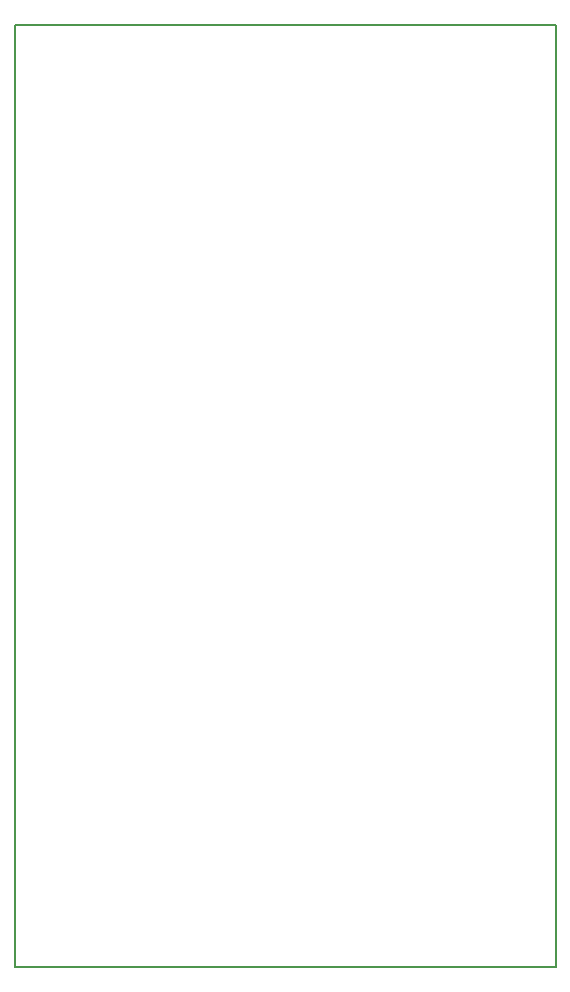
<source format=gbo>
G04 MADE WITH FRITZING*
G04 WWW.FRITZING.ORG*
G04 DOUBLE SIDED*
G04 HOLES PLATED*
G04 CONTOUR ON CENTER OF CONTOUR VECTOR*
%ASAXBY*%
%FSLAX23Y23*%
%MOIN*%
%OFA0B0*%
%SFA1.0B1.0*%
%ADD10R,1.811020X3.149610X1.795020X3.133610*%
%ADD11C,0.008000*%
%LNSILK0*%
G90*
G70*
G54D11*
X4Y3146D02*
X1807Y3146D01*
X1807Y4D01*
X4Y4D01*
X4Y3146D01*
D02*
G04 End of Silk0*
M02*

</source>
